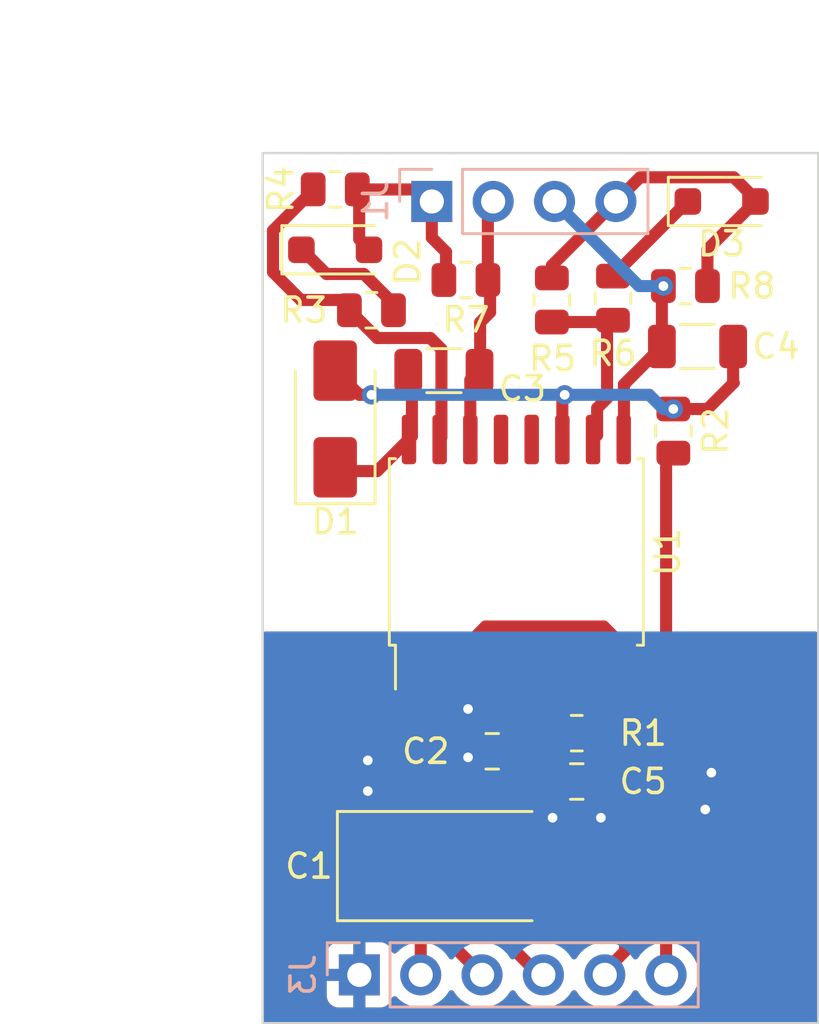
<source format=kicad_pcb>
(kicad_pcb (version 20221018) (generator pcbnew)
  (layers (0 "F.Cu" signal) (31 "B.Cu" signal) (34 "B.Paste" user) (35 "F.Paste" user) (36 "B.SilkS" user "B.Silkscreen") (37 "F.SilkS" user "F.Silkscreen") (38 "B.Mask" user) (39 "F.Mask" user) (44 "Edge.Cuts" user))
  (net 0 "")
  (net 1 "GND")
  (net 2 "+3.3V")
  (net 3 "Net-(U1-DT)")
  (net 4 "Net-(D1-K)")
  (net 5 "/PHASE")
  (net 6 "+15V")
  (net 7 "/PHASE_GROUND")
  (net 8 "Net-(D1-A)")
  (net 9 "Net-(D2-K)")
  (net 10 "/PH")
  (net 11 "Net-(D3-K)")
  (net 12 "/PL")
  (net 13 "Net-(U1-OUTA)")
  (net 14 "Net-(U1-OUTB)")
  (net 15 "/H")
  (net 16 "/L")
  (net 17 "/DISABLE")
  (footprint "Diode_SMD:D_SOD-123F" (layer "F.Cu") (at 148 96)
    (fp_text reference "D3" (at 0 1.75) (layer "F.SilkS"))
    (fp_text value "DSS34")
    (fp_line (start -2.21 -1) (end -2.21 1) (stroke (width 0.12)) (layer "F.SilkS"))
    (fp_line (start -2.21 -1) (end 1.65 -1) (stroke (width 0.12)) (layer "F.SilkS"))
    (fp_line (start -2.21 1) (end 1.65 1) (stroke (width 0.12)) (layer "F.SilkS"))
    (pad "1" smd roundrect (at -1.4 0) (size 1.1 1.1) (layers "F.Cu" "F.Paste" "F.Mask") (roundrect_rratio 0.2272727273) (net 11 "Net-(D3-K)"))
    (pad "2" smd roundrect (at 1.4 0) (size 1.1 1.1) (layers "F.Cu" "F.Paste" "F.Mask") (roundrect_rratio 0.2272727273) (net 12 "/PL"))
  )
  (footprint "Capacitor_SMD:C_0805_2012Metric" (layer "F.Cu") (at 138.5 118.75 180)
    (fp_text reference "C2" (at 2.75 0) (layer "F.SilkS"))
    (fp_text value "100n")
    (fp_line (start -0.261252 -0.735) (end 0.261252 -0.735) (stroke (width 0.12)) (layer "F.SilkS"))
    (fp_line (start -0.261252 0.735) (end 0.261252 0.735) (stroke (width 0.12)) (layer "F.SilkS"))
    (pad "1" smd roundrect (at -0.95 0 180) (size 1 1.45) (layers "F.Cu" "F.Paste" "F.Mask") (net 2 "+3.3V"))
    (pad "2" smd roundrect (at 0.95 0 180) (size 1 1.45) (layers "F.Cu" "F.Paste" "F.Mask") (net 1 "GND"))
  )
  (footprint "Capacitor_Tantalum_SMD:CP_EIA-7343-31_Kemet-D" (layer "F.Cu") (at 136.5 123.5)
    (fp_text reference "C1" (at -5.588 0) (layer "F.SilkS"))
    (fp_text value "47u 25v Tant")
    (fp_line (start -4.41 -2.26) (end -4.41 2.26) (stroke (width 0.12)) (layer "F.SilkS"))
    (fp_line (start -4.41 2.26) (end 3.65 2.26) (stroke (width 0.12)) (layer "F.SilkS"))
    (fp_line (start 3.65 -2.26) (end -4.41 -2.26) (stroke (width 0.12)) (layer "F.SilkS"))
    (pad "1" smd roundrect (at -3.1125 0) (size 2.075 2.55) (layers "F.Cu" "F.Paste" "F.Mask") (roundrect_rratio 0.120482) (net 1 "GND"))
    (pad "2" smd roundrect (at 3.1125 0) (size 2.075 2.55) (layers "F.Cu" "F.Paste" "F.Mask") (roundrect_rratio 0.120482) (net 2 "+3.3V"))
  )
  (footprint "Resistor_SMD:R_0805_2012Metric" (layer "F.Cu") (at 137.4125 99.25 180)
    (fp_text reference "R7" (at 0 -1.65) (layer "F.SilkS"))
    (fp_text value "4.7k")
    (fp_line (start -0.227064 -0.735) (end 0.227064 -0.735) (stroke (width 0.12)) (layer "F.SilkS"))
    (fp_line (start -0.227064 0.735) (end 0.227064 0.735) (stroke (width 0.12)) (layer "F.SilkS"))
    (pad "1" smd roundrect (at -0.9125 0 180) (size 1.025 1.4) (layers "F.Cu" "F.Paste" "F.Mask") (roundrect_rratio 0.243902) (net 5 "/PHASE"))
    (pad "2" smd roundrect (at 0.9125 0 180) (size 1.025 1.4) (layers "F.Cu" "F.Paste" "F.Mask") (roundrect_rratio 0.243902) (net 10 "/PH"))
  )
  (footprint "Resistor_SMD:R_0805_2012Metric" (layer "F.Cu") (at 146.5 99.5)
    (fp_text reference "R8" (at 2.75 0) (layer "F.SilkS"))
    (fp_text value "4.7k")
    (fp_line (start -0.227064 -0.735) (end 0.227064 -0.735) (stroke (width 0.12)) (layer "F.SilkS"))
    (fp_line (start -0.227064 0.735) (end 0.227064 0.735) (stroke (width 0.12)) (layer "F.SilkS"))
    (pad "1" smd roundrect (at -0.9125 0) (size 1.025 1.4) (layers "F.Cu" "F.Paste" "F.Mask") (roundrect_rratio 0.243902) (net 7 "/PHASE_GROUND"))
    (pad "2" smd roundrect (at 0.9125 0) (size 1.025 1.4) (layers "F.Cu" "F.Paste" "F.Mask") (roundrect_rratio 0.243902) (net 12 "/PL"))
  )
  (footprint "Capacitor_SMD:C_1206_3216Metric" (layer "F.Cu") (at 136.5 103)
    (fp_text reference "C3" (at 3.25 0.75) (layer "F.SilkS"))
    (fp_text value "4.7u 50v")
    (fp_line (start -0.711252 -0.91) (end 0.711252 -0.91) (stroke (width 0.12)) (layer "F.SilkS"))
    (fp_line (start -0.711252 0.91) (end 0.711252 0.91) (stroke (width 0.12)) (layer "F.SilkS"))
    (pad "1" smd roundrect (at -1.475 0) (size 1.15 1.8) (layers "F.Cu" "F.Paste" "F.Mask") (roundrect_rratio 0.217391) (net 4 "Net-(D1-K)"))
    (pad "2" smd roundrect (at 1.475 0) (size 1.15 1.8) (layers "F.Cu" "F.Paste" "F.Mask") (roundrect_rratio 0.217391) (net 5 "/PHASE"))
  )
  (footprint "Package_SO:SOIC-16W_7.5x10.3mm_P1.27mm" (layer "F.Cu") (at 139.5 110.5 90)
    (fp_text reference "U1" (at 0 6.25 90) (layer "F.SilkS"))
    (fp_text value "UCC21520DWR")
    (fp_line (start -3.86 -5.26) (end -3.86 -5.005) (stroke (width 0.12)) (layer "F.SilkS"))
    (fp_line (start -3.86 -5.005) (end -5.675 -5.005) (stroke (width 0.12)) (layer "F.SilkS"))
    (fp_line (start -3.86 5.26) (end -3.86 5.005) (stroke (width 0.12)) (layer "F.SilkS"))
    (fp_line (start 0 -5.26) (end -3.86 -5.26) (stroke (width 0.12)) (layer "F.SilkS"))
    (fp_line (start 0 -5.26) (end 3.86 -5.26) (stroke (width 0.12)) (layer "F.SilkS"))
    (fp_line (start 0 5.26) (end -3.86 5.26) (stroke (width 0.12)) (layer "F.SilkS"))
    (fp_line (start 0 5.26) (end 3.86 5.26) (stroke (width 0.12)) (layer "F.SilkS"))
    (fp_line (start 3.86 -5.26) (end 3.86 -5.005) (stroke (width 0.12)) (layer "F.SilkS"))
    (fp_line (start 3.86 5.26) (end 3.86 5.005) (stroke (width 0.12)) (layer "F.SilkS"))
    (pad "1" smd roundrect (at -4.65 -4.445 90) (size 2.05 0.6) (layers "F.Cu" "F.Paste" "F.Mask") (net 15 "/H"))
    (pad "2" smd roundrect (at -4.65 -3.175 90) (size 2.05 0.6) (layers "F.Cu" "F.Paste" "F.Mask") (net 16 "/L"))
    (pad "3" smd roundrect (at -4.65 -1.905 90) (size 2.05 0.6) (layers "F.Cu" "F.Paste" "F.Mask") (net 2 "+3.3V"))
    (pad "4" smd roundrect (at -4.65 -0.635 90) (size 2.05 0.6) (layers "F.Cu" "F.Paste" "F.Mask") (net 1 "GND"))
    (pad "5" smd roundrect (at -4.65 0.635 90) (size 2.05 0.6) (layers "F.Cu" "F.Paste" "F.Mask") (net 17 "/DISABLE"))
    (pad "6" smd roundrect (at -4.65 1.905 90) (size 2.05 0.6) (layers "F.Cu" "F.Paste" "F.Mask") (net 3 "Net-(U1-DT)"))
    (pad "7" smd roundrect (at -4.65 3.175 90) (size 2.05 0.6) (layers "F.Cu" "F.Paste" "F.Mask"))
    (pad "8" smd roundrect (at -4.65 4.445 90) (size 2.05 0.6) (layers "F.Cu" "F.Paste" "F.Mask") (net 2 "+3.3V"))
    (pad "9" smd roundrect (at 4.65 4.445 90) (size 2.05 0.6) (layers "F.Cu" "F.Paste" "F.Mask") (net 7 "/PHASE_GROUND"))
    (pad "10" smd roundrect (at 4.65 3.175 90) (size 2.05 0.6) (layers "F.Cu" "F.Paste" "F.Mask") (net 14 "Net-(U1-OUTB)"))
    (pad "11" smd roundrect (at 4.65 1.905 90) (size 2.05 0.6) (layers "F.Cu" "F.Paste" "F.Mask") (net 8 "Net-(D1-A)"))
    (pad "12" smd roundrect (at 4.65 0.635 90) (size 2.05 0.6) (layers "F.Cu" "F.Paste" "F.Mask"))
    (pad "13" smd roundrect (at 4.65 -0.635 90) (size 2.05 0.6) (layers "F.Cu" "F.Paste" "F.Mask"))
    (pad "14" smd roundrect (at 4.65 -1.905 90) (size 2.05 0.6) (layers "F.Cu" "F.Paste" "F.Mask") (net 5 "/PHASE"))
    (pad "15" smd roundrect (at 4.65 -3.175 90) (size 2.05 0.6) (layers "F.Cu" "F.Paste" "F.Mask") (net 13 "Net-(U1-OUTA)"))
    (pad "16" smd roundrect (at 4.65 -4.445 90) (size 2.05 0.6) (layers "F.Cu" "F.Paste" "F.Mask") (net 4 "Net-(D1-K)"))
  )
  (footprint "Diode_SMD:D_SOD-123F" (layer "F.Cu") (at 132 98)
    (fp_text reference "D2" (at 3 0.5 90) (layer "F.SilkS"))
    (fp_text value "DSS34")
    (fp_line (start -2.21 -1) (end -2.21 1) (stroke (width 0.12)) (layer "F.SilkS"))
    (fp_line (start -2.21 -1) (end 1.65 -1) (stroke (width 0.12)) (layer "F.SilkS"))
    (fp_line (start -2.21 1) (end 1.65 1) (stroke (width 0.12)) (layer "F.SilkS"))
    (pad "1" smd roundrect (at -1.4 0) (size 1.1 1.1) (layers "F.Cu" "F.Paste" "F.Mask") (roundrect_rratio 0.2272727273) (net 9 "Net-(D2-K)"))
    (pad "2" smd roundrect (at 1.4 0) (size 1.1 1.1) (layers "F.Cu" "F.Paste" "F.Mask") (roundrect_rratio 0.2272727273) (net 10 "/PH"))
  )
  (footprint "Resistor_SMD:R_0805_2012Metric" (layer "F.Cu") (at 133.5 100.5)
    (fp_text reference "R3" (at -2.794 0) (layer "F.SilkS"))
    (fp_text value "2r2")
    (fp_line (start -0.227064 -0.735) (end 0.227064 -0.735) (stroke (width 0.12)) (layer "F.SilkS"))
    (fp_line (start -0.227064 0.735) (end 0.227064 0.735) (stroke (width 0.12)) (layer "F.SilkS"))
    (pad "1" smd roundrect (at -0.9125 0) (size 1.025 1.4) (layers "F.Cu" "F.Paste" "F.Mask") (roundrect_rratio 0.243902) (net 13 "Net-(U1-OUTA)"))
    (pad "2" smd roundrect (at 0.9125 0) (size 1.025 1.4) (layers "F.Cu" "F.Paste" "F.Mask") (roundrect_rratio 0.243902) (net 9 "Net-(D2-K)"))
  )
  (footprint "Resistor_SMD:R_0805_2012Metric" (layer "F.Cu") (at 142 118)
    (fp_text reference "R1" (at 2.75 0) (layer "F.SilkS"))
    (fp_text value "20k")
    (fp_line (start -0.227064 -0.735) (end 0.227064 -0.735) (stroke (width 0.12)) (layer "F.SilkS"))
    (fp_line (start -0.227064 0.735) (end 0.227064 0.735) (stroke (width 0.12)) (layer "F.SilkS"))
    (pad "1" smd roundrect (at -0.9125 0) (size 1.025 1.4) (layers "F.Cu" "F.Paste" "F.Mask") (roundrect_rratio 0.243902) (net 3 "Net-(U1-DT)"))
    (pad "2" smd roundrect (at 0.9125 0) (size 1.025 1.4) (layers "F.Cu" "F.Paste" "F.Mask") (roundrect_rratio 0.243902) (net 1 "GND"))
  )
  (footprint "Resistor_SMD:R_0805_2012Metric" (layer "F.Cu") (at 146 105.5 90)
    (fp_text reference "R2" (at 0 1.75 90) (layer "F.SilkS"))
    (fp_text value "2r2")
    (fp_line (start -0.227064 -0.735) (end 0.227064 -0.735) (stroke (width 0.12)) (layer "F.SilkS"))
    (fp_line (start -0.227064 0.735) (end 0.227064 0.735) (stroke (width 0.12)) (layer "F.SilkS"))
    (pad "1" smd roundrect (at -0.9125 0 90) (size 1.025 1.4) (layers "F.Cu" "F.Paste" "F.Mask") (roundrect_rratio 0.243902) (net 6 "+15V"))
    (pad "2" smd roundrect (at 0.9125 0 90) (size 1.025 1.4) (layers "F.Cu" "F.Paste" "F.Mask") (roundrect_rratio 0.243902) (net 8 "Net-(D1-A)"))
  )
  (footprint "Resistor_SMD:R_0805_2012Metric" (layer "F.Cu") (at 143.5 100 90)
    (fp_text reference "R6" (at -2.286 0) (layer "F.SilkS"))
    (fp_text value "2r2")
    (fp_line (start -0.227064 -0.735) (end 0.227064 -0.735) (stroke (width 0.12)) (layer "F.SilkS"))
    (fp_line (start -0.227064 0.735) (end 0.227064 0.735) (stroke (width 0.12)) (layer "F.SilkS"))
    (pad "1" smd roundrect (at -0.9125 0 90) (size 1.025 1.4) (layers "F.Cu" "F.Paste" "F.Mask") (roundrect_rratio 0.243902) (net 14 "Net-(U1-OUTB)"))
    (pad "2" smd roundrect (at 0.9125 0 90) (size 1.025 1.4) (layers "F.Cu" "F.Paste" "F.Mask") (roundrect_rratio 0.243902) (net 11 "Net-(D3-K)"))
  )
  (footprint "Diode_SMD:D_SMA" (layer "F.Cu") (at 132 105 90)
    (fp_text reference "D1" (at -4.25 0 180) (layer "F.SilkS"))
    (fp_text value "SS520F")
    (fp_line (start -3.51 -1.65) (end -3.51 1.65) (stroke (width 0.12)) (layer "F.SilkS"))
    (fp_line (start -3.51 -1.65) (end 2 -1.65) (stroke (width 0.12)) (layer "F.SilkS"))
    (fp_line (start -3.51 1.65) (end 2 1.65) (stroke (width 0.12)) (layer "F.SilkS"))
    (pad "1" smd roundrect (at -2 0 90) (size 2.5 1.8) (layers "F.Cu" "F.Paste" "F.Mask") (roundrect_rratio 0.1388888889) (net 4 "Net-(D1-K)"))
    (pad "2" smd roundrect (at 2 0 90) (size 2.5 1.8) (layers "F.Cu" "F.Paste" "F.Mask") (roundrect_rratio 0.1388888889) (net 8 "Net-(D1-A)"))
  )
  (footprint "Resistor_SMD:R_0805_2012Metric" (layer "F.Cu") (at 132 95.5)
    (fp_text reference "R4" (at -2.25 0 90) (layer "F.SilkS"))
    (fp_text value "2r2")
    (fp_line (start -0.227064 -0.735) (end 0.227064 -0.735) (stroke (width 0.12)) (layer "F.SilkS"))
    (fp_line (start -0.227064 0.735) (end 0.227064 0.735) (stroke (width 0.12)) (layer "F.SilkS"))
    (pad "1" smd roundrect (at -0.9125 0) (size 1.025 1.4) (layers "F.Cu" "F.Paste" "F.Mask") (roundrect_rratio 0.243902) (net 13 "Net-(U1-OUTA)"))
    (pad "2" smd roundrect (at 0.9125 0) (size 1.025 1.4) (layers "F.Cu" "F.Paste" "F.Mask") (roundrect_rratio 0.243902) (net 10 "/PH"))
  )
  (footprint "Resistor_SMD:R_0805_2012Metric" (layer "F.Cu") (at 140.97 100.076 90)
    (fp_text reference "R5" (at -2.424 0.03 180) (layer "F.SilkS"))
    (fp_text value "2r2")
    (fp_line (start -0.227064 -0.735) (end 0.227064 -0.735) (stroke (width 0.12)) (layer "F.SilkS"))
    (fp_line (start -0.227064 0.735) (end 0.227064 0.735) (stroke (width 0.12)) (layer "F.SilkS"))
    (pad "1" smd roundrect (at -0.9125 0 90) (size 1.025 1.4) (layers "F.Cu" "F.Paste" "F.Mask") (roundrect_rratio 0.243902) (net 14 "Net-(U1-OUTB)"))
    (pad "2" smd roundrect (at 0.9125 0 90) (size 1.025 1.4) (layers "F.Cu" "F.Paste" "F.Mask") (roundrect_rratio 0.243902) (net 12 "/PL"))
  )
  (footprint "Capacitor_SMD:C_1206_3216Metric" (layer "F.Cu") (at 147 102 180)
    (fp_text reference "C4" (at -3.25 0) (layer "F.SilkS"))
    (fp_text value "4.7u 50v")
    (fp_line (start -0.711252 -0.91) (end 0.711252 -0.91) (stroke (width 0.12)) (layer "F.SilkS"))
    (fp_line (start -0.711252 0.91) (end 0.711252 0.91) (stroke (width 0.12)) (layer "F.SilkS"))
    (pad "1" smd roundrect (at -1.475 0 180) (size 1.15 1.8) (layers "F.Cu" "F.Paste" "F.Mask") (roundrect_rratio 0.217391) (net 8 "Net-(D1-A)"))
    (pad "2" smd roundrect (at 1.475 0 180) (size 1.15 1.8) (layers "F.Cu" "F.Paste" "F.Mask") (roundrect_rratio 0.217391) (net 7 "/PHASE_GROUND"))
  )
  (footprint "Capacitor_SMD:C_0805_2012Metric" (layer "F.Cu") (at 142 120)
    (fp_text reference "C5" (at 2.75 0) (layer "F.SilkS"))
    (fp_text value "100n")
    (fp_line (start -0.261252 -0.735) (end 0.261252 -0.735) (stroke (width 0.12)) (layer "F.SilkS"))
    (fp_line (start -0.261252 0.735) (end 0.261252 0.735) (stroke (width 0.12)) (layer "F.SilkS"))
    (pad "1" smd roundrect (at -0.95 0) (size 1 1.45) (layers "F.Cu" "F.Paste" "F.Mask") (net 3 "Net-(U1-DT)"))
    (pad "2" smd roundrect (at 0.95 0) (size 1 1.45) (layers "F.Cu" "F.Paste" "F.Mask") (net 1 "GND"))
  )
  (footprint "Connector_PinHeader_2.54mm:PinHeader_1x06_P2.54mm_Vertical" (layer "B.Cu") (at 133 128 -90)
    (fp_text reference "J3" (at 0 2.33 90) (layer "B.SilkS") (effects (justify mirror)))
    (fp_text value "Input")
    (fp_line (start -1.33 -14.03) (end 1.33 -14.03) (stroke (width 0.12)) (layer "B.SilkS"))
    (fp_line (start -1.33 -1.27) (end -1.33 -14.03) (stroke (width 0.12)) (layer "B.SilkS"))
    (fp_line (start -1.33 -1.27) (end 1.33 -1.27) (stroke (width 0.12)) (layer "B.SilkS"))
    (fp_line (start -1.33 0) (end -1.33 1.33) (stroke (width 0.12)) (layer "B.SilkS"))
    (fp_line (start -1.33 1.33) (end 0 1.33) (stroke (width 0.12)) (layer "B.SilkS"))
    (fp_line (start 1.33 -1.27) (end 1.33 -14.03) (stroke (width 0.12)) (layer "B.SilkS"))
    (pad "1" thru_hole rect (at 0 0 270) (size 1.7 1.7) (drill 1) (layers "*.Cu" "*.Mask") (net 1 "GND"))
    (pad "2" thru_hole oval (at 0 -2.54 270) (size 1.7 1.7) (drill 1) (layers "*.Cu" "*.Mask") (net 15 "/H"))
    (pad "3" thru_hole oval (at 0 -5.08 270) (size 1.7 1.7) (drill 1) (layers "*.Cu" "*.Mask") (net 16 "/L"))
    (pad "4" thru_hole oval (at 0 -7.62 270) (size 1.7 1.7) (drill 1) (layers "*.Cu" "*.Mask") (net 17 "/DISABLE"))
    (pad "5" thru_hole oval (at 0 -10.16 270) (size 1.7 1.7) (drill 1) (layers "*.Cu" "*.Mask") (net 2 "+3.3V"))
    (pad "6" thru_hole oval (at 0 -12.7 270) (size 1.7 1.7) (drill 1) (layers "*.Cu" "*.Mask") (net 6 "+15V"))
  )
  (footprint "Connector_PinHeader_2.54mm:PinHeader_1x04_P2.54mm_Vertical" (layer "B.Cu") (at 136 96 -90)
    (fp_text reference "J1" (at 0 2.33 90) (layer "B.SilkS") (effects (justify mirror)))
    (fp_text value "Output")
    (fp_line (start -1.33 -8.95) (end 1.33 -8.95) (stroke (width 0.12)) (layer "B.SilkS"))
    (fp_line (start -1.33 -1.27) (end -1.33 -8.95) (stroke (width 0.12)) (layer "B.SilkS"))
    (fp_line (start -1.33 -1.27) (end 1.33 -1.27) (stroke (width 0.12)) (layer "B.SilkS"))
    (fp_line (start -1.33 0) (end -1.33 1.33) (stroke (width 0.12)) (layer "B.SilkS"))
    (fp_line (start -1.33 1.33) (end 0 1.33) (stroke (width 0.12)) (layer "B.SilkS"))
    (fp_line (start 1.33 -1.27) (end 1.33 -8.95) (stroke (width 0.12)) (layer "B.SilkS"))
    (pad "1" thru_hole rect (at 0 0 270) (size 1.7 1.7) (drill 1) (layers "*.Cu" "*.Mask") (net 10 "/PH"))
    (pad "2" thru_hole oval (at 0 -2.54 270) (size 1.7 1.7) (drill 1) (layers "*.Cu" "*.Mask") (net 5 "/PHASE"))
    (pad "3" thru_hole oval (at 0 -5.08 270) (size 1.7 1.7) (drill 1) (layers "*.Cu" "*.Mask") (net 7 "/PHASE_GROUND"))
    (pad "4" thru_hole oval (at 0 -7.62 270) (size 1.7 1.7) (drill 1) (layers "*.Cu" "*.Mask") (net 12 "/PL"))
  )
  (gr_rect (start 129 94) (end 152 130) (stroke (width 0.1)) (fill none) (layer "Edge.Cuts"))
  (segment (start 137.5 118.13) (end 137.734 118.364) (width 0.5) (layer "F.Cu") (net 1))
  (segment (start 138 117) (end 137.5 117) (width 0.5) (layer "F.Cu") (net 1))
  (segment (start 142.9125 119.9625) (end 142.95 120) (width 0.5) (layer "F.Cu") (net 1))
  (segment (start 142.9125 118) (end 142.9125 119.9625) (width 0.5) (layer "F.Cu") (net 1))
  (segment (start 138.865 115.135) (end 138.865 116.135) (width 0.5) (layer "F.Cu") (net 1))
  (segment (start 142.95 121.45) (end 143 121.5) (width 0.5) (layer "F.Cu") (net 1))
  (segment (start 137.5 117) (end 137.5 118.13) (width 0.5) (layer "F.Cu") (net 1))
  (segment (start 138.865 116.135) (end 138 117) (width 0.5) (layer "F.Cu") (net 1))
  (segment (start 142.95 120) (end 142.95 121.45) (width 0.5) (layer "F.Cu") (net 1))
  (via (at 141 121.5) (size 0.8) (drill 0.4) (layers "F.Cu" "B.Cu") (net 1))
  (via (at 147.32 121.158) (size 0.8) (drill 0.4) (layers "F.Cu" "B.Cu") (net 1))
  (via (at 133.35 120.396) (size 0.8) (drill 0.4) (layers "F.Cu" "B.Cu") (net 1))
  (via (at 137.5 119) (size 0.8) (drill 0.4) (layers "F.Cu" "B.Cu") (net 1))
  (via (at 137.5 117) (size 0.8) (drill 0.4) (layers "F.Cu" "B.Cu") (net 1))
  (via (at 133.35 119.126) (size 0.8) (drill 0.4) (layers "F.Cu" "B.Cu") (net 1))
  (via (at 143 121.5) (size 0.8) (drill 0.4) (layers "F.Cu" "B.Cu") (net 1))
  (via (at 147.574 119.634) (size 0.8) (drill 0.4) (layers "F.Cu" "B.Cu") (net 1))
  (segment (start 144.018 125.982) (end 144 126) (width 0.5) (layer "F.Cu") (net 2))
  (segment (start 137.595 114.218236) (end 138.226236 113.587) (width 0.5) (layer "F.Cu") (net 2))
  (segment (start 144 126) (end 144 127.018) (width 0.5) (layer "F.Cu") (net 2))
  (segment (start 139.6125 123.5) (end 139.6125 118.9125) (width 0.5) (layer "F.Cu") (net 2))
  (segment (start 137.595 115.15) (end 137.595 114.218236) (width 0.5) (layer "F.Cu") (net 2))
  (segment (start 139.6125 118.9125) (end 139.45 118.75) (width 0.5) (layer "F.Cu") (net 2))
  (segment (start 143.116764 113.587) (end 144.018 114.488236) (width 0.5) (layer "F.Cu") (net 2))
  (segment (start 139.6125 123.5) (end 142.518 123.5) (width 0.5) (layer "F.Cu") (net 2))
  (segment (start 142.518 123.5) (end 144.018 125) (width 0.5) (layer "F.Cu") (net 2))
  (segment (start 144.018 125) (end 144.018 125.982) (width 0.5) (layer "F.Cu") (net 2))
  (segment (start 138.226236 113.587) (end 143.116764 113.587) (width 0.5) (layer "F.Cu") (net 2))
  (segment (start 144 127.018) (end 143.002 128.016) (width 0.5) (layer "F.Cu") (net 2))
  (segment (start 144.018 114.488236) (end 144.018 125) (width 0.5) (layer "F.Cu") (net 2))
  (segment (start 141.05 118.0375) (end 141.0875 118) (width 0.5) (layer "F.Cu") (net 3))
  (segment (start 141.405 115.15) (end 141.405 117.6825) (width 0.5) (layer "F.Cu") (net 3))
  (segment (start 141.05 120) (end 141.05 118.0375) (width 0.5) (layer "F.Cu") (net 3))
  (segment (start 141.405 117.6825) (end 141.0875 118) (width 0.5) (layer "F.Cu") (net 3))
  (segment (start 135.177 102.87) (end 135.177 105.713) (width 0.5) (layer "F.Cu") (net 4))
  (segment (start 133.734 107.156) (end 135.128 105.762) (width 0.5) (layer "F.Cu") (net 4))
  (segment (start 132.334 107.156) (end 133.734 107.156) (width 0.5) (layer "F.Cu") (net 4))
  (segment (start 135.177 105.713) (end 135.128 105.762) (width 0.5) (layer "F.Cu") (net 4))
  (segment (start 138.4125 100.5875) (end 138 101) (width 0.5) (layer "F.Cu") (net 5))
  (segment (start 138.32 95.916) (end 138.32 99.0665) (width 0.5) (layer "F.Cu") (net 5))
  (segment (start 137.595 105.85) (end 137.595 103.38) (width 0.5) (layer "F.Cu") (net 5))
  (segment (start 137.595 103.38) (end 137.975 103) (width 0.5) (layer "F.Cu") (net 5))
  (segment (start 138 101) (end 138 102.975) (width 0.5) (layer "F.Cu") (net 5))
  (segment (start 138.4125 99) (end 138.4125 100.5875) (width 0.5) (layer "F.Cu") (net 5))
  (segment (start 138 102.975) (end 137.975 103) (width 0.5) (layer "F.Cu") (net 5))
  (segment (start 145.7 128) (end 145.7 106.7125) (width 0.5) (layer "F.Cu") (net 6))
  (segment (start 145.7 106.7125) (end 146 106.4125) (width 0.5) (layer "F.Cu") (net 6))
  (segment (start 143.945 105.85) (end 143.956 105.839) (width 0.5) (layer "F.Cu") (net 7))
  (segment (start 143.956 103.569) (end 145.525 102) (width 0.5) (layer "F.Cu") (net 7))
  (segment (start 145.525 99.5625) (end 145.5875 99.5) (width 0.5) (layer "F.Cu") (net 7))
  (segment (start 145.525 102) (end 145.525 99.5625) (width 0.5) (layer "F.Cu") (net 7))
  (segment (start 143.956 105.839) (end 143.956 103.569) (width 0.5) (layer "F.Cu") (net 7))
  (via (at 145.5875 99.5) (size 0.8) (drill 0.4) (layers "F.Cu" "B.Cu") (net 7))
  (segment (start 141.08 96) (end 144.58 99.5) (width 0.5) (layer "B.Cu") (net 7))
  (segment (start 144.58 99.5) (end 145.5875 99.5) (width 0.5) (layer "B.Cu") (net 7))
  (segment (start 141.405 104.095) (end 141.5 104) (width 0.5) (layer "F.Cu") (net 8))
  (segment (start 148.475 103.475) (end 148.475 102) (width 0.5) (layer "F.Cu") (net 8))
  (segment (start 146 104.5875) (end 147.4125 104.5875) (width 0.5) (layer "F.Cu") (net 8))
  (segment (start 148.5 103.5) (end 148.475 103.475) (width 0.5) (layer "F.Cu") (net 8))
  (segment (start 133.5 104) (end 133 104) (width 0.5) (layer "F.Cu") (net 8))
  (segment (start 141.405 105.85) (end 141.405 104.095) (width 0.5) (layer "F.Cu") (net 8))
  (segment (start 147.4125 104.5875) (end 148.5 103.5) (width 0.5) (layer "F.Cu") (net 8))
  (segment (start 133 104) (end 132 103) (width 0.5) (layer "F.Cu") (net 8))
  (via (at 133.5 104) (size 0.8) (drill 0.4) (layers "F.Cu" "B.Cu") (net 8))
  (via (at 141.5 104) (size 0.8) (drill 0.4) (layers "F.Cu" "B.Cu") (net 8))
  (via (at 146 104.5875) (size 0.8) (drill 0.4) (layers "F.Cu" "B.Cu") (net 8))
  (segment (start 133.5 104) (end 141.5 104) (width 0.5) (layer "B.Cu") (net 8))
  (segment (start 146 104.5875) (end 145.5875 104.5875) (width 0.5) (layer "B.Cu") (net 8))
  (segment (start 145 104) (end 141.5 104) (width 0.5) (layer "B.Cu") (net 8))
  (segment (start 145.5875 104.5875) (end 145 104) (width 0.5) (layer "B.Cu") (net 8))
  (segment (start 131.636 99) (end 130.426 97.79) (width 0.5) (layer "F.Cu") (net 9))
  (segment (start 133.1865 99) (end 131.636 99) (width 0.5) (layer "F.Cu") (net 9))
  (segment (start 134.2625 100.076) (end 133.1865 99) (width 0.5) (layer "F.Cu") (net 9))
  (segment (start 136 97.5) (end 136 96) (width 0.5) (layer "F.Cu") (net 10))
  (segment (start 136.5875 98.0875) (end 136 97.5) (width 0.5) (layer "F.Cu") (net 10))
  (segment (start 136.5875 99) (end 136.5875 98.0875) (width 0.5) (layer "F.Cu") (net 10))
  (segment (start 135.368 95.504) (end 136.2475 96.3835) (width 0.5) (layer "F.Cu") (net 10))
  (segment (start 132.9925 95.504) (end 135.368 95.504) (width 0.5) (layer "F.Cu") (net 10))
  (segment (start 132.9925 95.504) (end 132.9925 97.5565) (width 0.5) (layer "F.Cu") (net 10))
  (segment (start 132.9925 97.5565) (end 133.226 97.79) (width 0.5) (layer "F.Cu") (net 10))
  (segment (start 146.6 96) (end 146.5875 96) (width 0.5) (layer "F.Cu") (net 11))
  (segment (start 146.5875 96) (end 143.5 99.0875) (width 0.5) (layer "F.Cu") (net 11))
  (segment (start 144.62 95) (end 143.62 96) (width 0.5) (layer "F.Cu") (net 12))
  (segment (start 149.4 96) (end 149.4 95.9) (width 0.5) (layer "F.Cu") (net 12))
  (segment (start 147.4125 99.5) (end 147.4125 97.9875) (width 0.5) (layer "F.Cu") (net 12))
  (segment (start 140.97 99.1635) (end 140.97 98.65) (width 0.5) (layer "F.Cu") (net 12))
  (segment (start 149.4 95.9) (end 148.5 95) (width 0.5) (layer "F.Cu") (net 12))
  (segment (start 140.97 98.65) (end 143.62 96) (width 0.5) (layer "F.Cu") (net 12))
  (segment (start 147.4125 97.9875) (end 149.4 96) (width 0.5) (layer "F.Cu") (net 12))
  (segment (start 148.5 95) (end 144.62 95) (width 0.5) (layer "F.Cu") (net 12))
  (segment (start 129.426 97.200051) (end 129.426 98.926) (width 0.5) (layer "F.Cu") (net 13))
  (segment (start 133.7375 101.65) (end 132.5875 100.5) (width 0.5) (layer "F.Cu") (net 13))
  (segment (start 135.94 101.65) (end 133.7375 101.65) (width 0.5) (layer "F.Cu") (net 13))
  (segment (start 136.398 102.108) (end 136.398 105.762) (width 0.5) (layer "F.Cu") (net 13))
  (segment (start 129.426 98.926) (end 130.576 100.076) (width 0.5) (layer "F.Cu") (net 13))
  (segment (start 136.398 102.108) (end 135.94 101.65) (width 0.5) (layer "F.Cu") (net 13))
  (segment (start 130.576 100.076) (end 132.4375 100.076) (width 0.5) (layer "F.Cu") (net 13))
  (segment (start 131.122051 95.504) (end 129.426 97.200051) (width 0.5) (layer "F.Cu") (net 13))
  (segment (start 143.256 104.14) (end 143.256 101.2425) (width 0.5) (layer "F.Cu") (net 14))
  (segment (start 143.256 101.2425) (end 143.51 100.9885) (width 0.5) (layer "F.Cu") (net 14))
  (segment (start 140.97 100.9885) (end 143.51 100.9885) (width 0.5) (layer "F.Cu") (net 14))
  (segment (start 142.748 105.762) (end 142.845 105.665) (width 0.5) (layer "F.Cu") (net 14))
  (segment (start 142.845 105.665) (end 142.845 104.551) (width 0.5) (layer "F.Cu") (net 14))
  (segment (start 142.845 104.551) (end 143.256 104.14) (width 0.5) (layer "F.Cu") (net 14))
  (segment (start 135.055 116.555) (end 135.055 115.15) (width 0.5) (layer "F.Cu") (net 15))
  (segment (start 135.54 117.04) (end 135.055 116.555) (width 0.5) (layer "F.Cu") (net 15))
  (segment (start 135.54 128) (end 135.54 117.04) (width 0.5) (layer "F.Cu") (net 15))
  (segment (start 138.08 128) (end 136.325 126.245) (width 0.5) (layer "F.Cu") (net 16))
  (segment (start 136.325 126.245) (end 136.325 115.15) (width 0.5) (layer "F.Cu") (net 16))
  (segment (start 138 125.554) (end 140.462 128.016) (width 0.5) (layer "F.Cu") (net 17))
  (segment (start 140.208 115.062) (end 140.208 116.075051) (width 0.5) (layer "F.Cu") (net 17))
  (segment (start 140.135 115.15) (end 140.135 116.350051) (width 0.5) (layer "F.Cu") (net 17))
  (segment (start 138.5 119.514949) (end 138 120.014949) (width 0.5) (layer "F.Cu") (net 17))
  (segment (start 138 120.014949) (end 138 125.554) (width 0.5) (layer "F.Cu") (net 17))
  (segment (start 140.135 116.350051) (end 138.5 117.985051) (width 0.5) (layer "F.Cu") (net 17))
  (segment (start 138.5 117.985051) (end 138.5 119.514949) (width 0.5) (layer "F.Cu") (net 17))
  (zone (net 1) (net_name "GND") (layers "F&B.Cu") (connect_pads (clearance 0.5)) (min_thickness 0.25) (fill yes (thermal_gap 0.5) (thermal_bridge_width 0.5))
    (polygon (pts (xy 129 130) (xy 152 130) (xy 152 113.792) (xy 129 113.792)))
  )
)
</source>
